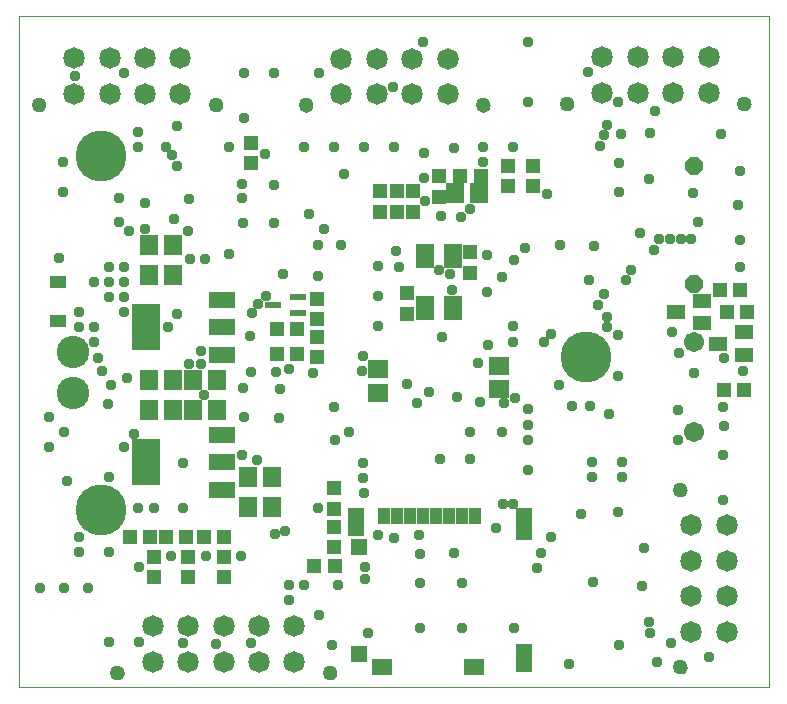
<source format=gbs>
G75*
%MOIN*%
%OFA0B0*%
%FSLAX25Y25*%
%IPPOS*%
%LPD*%
%AMOC8*
5,1,8,0,0,1.08239X$1,22.5*
%
%ADD10C,0.00000*%
%ADD11C,0.06706*%
%ADD12R,0.04934X0.05052*%
%ADD13R,0.05052X0.04934*%
%ADD14R,0.05918X0.07099*%
%ADD15R,0.04737X0.05131*%
%ADD16R,0.05603X0.04383*%
%ADD17R,0.05131X0.04737*%
%ADD18R,0.06312X0.04737*%
%ADD19C,0.10800*%
%ADD20OC8,0.05950*%
%ADD21R,0.03950X0.05682*%
%ADD22R,0.05328X0.10643*%
%ADD23R,0.05328X0.09461*%
%ADD24R,0.06706X0.05328*%
%ADD25R,0.05367X0.05524*%
%ADD26R,0.05367X0.05721*%
%ADD27R,0.05209X0.09461*%
%ADD28R,0.08800X0.05300*%
%ADD29R,0.09461X0.15367*%
%ADD30R,0.07099X0.05918*%
%ADD31R,0.06312X0.08280*%
%ADD32R,0.05400X0.02400*%
%ADD33C,0.07178*%
%ADD34C,0.05013*%
%ADD35C,0.03778*%
%ADD36C,0.17005*%
D10*
X0043720Y0026800D02*
X0043720Y0250501D01*
X0293641Y0250501D01*
X0293641Y0026800D01*
X0043720Y0026800D01*
X0074468Y0031564D02*
X0074470Y0031655D01*
X0074476Y0031746D01*
X0074486Y0031837D01*
X0074500Y0031927D01*
X0074517Y0032017D01*
X0074539Y0032105D01*
X0074564Y0032193D01*
X0074593Y0032280D01*
X0074626Y0032365D01*
X0074663Y0032448D01*
X0074703Y0032530D01*
X0074746Y0032610D01*
X0074793Y0032689D01*
X0074844Y0032765D01*
X0074897Y0032838D01*
X0074954Y0032910D01*
X0075014Y0032979D01*
X0075077Y0033045D01*
X0075142Y0033109D01*
X0075211Y0033169D01*
X0075281Y0033227D01*
X0075355Y0033281D01*
X0075430Y0033332D01*
X0075508Y0033380D01*
X0075588Y0033425D01*
X0075669Y0033466D01*
X0075752Y0033503D01*
X0075837Y0033537D01*
X0075923Y0033567D01*
X0076011Y0033593D01*
X0076099Y0033616D01*
X0076188Y0033634D01*
X0076278Y0033649D01*
X0076369Y0033660D01*
X0076460Y0033667D01*
X0076551Y0033670D01*
X0076642Y0033669D01*
X0076734Y0033664D01*
X0076824Y0033655D01*
X0076915Y0033642D01*
X0077004Y0033626D01*
X0077093Y0033605D01*
X0077181Y0033581D01*
X0077268Y0033552D01*
X0077354Y0033520D01*
X0077438Y0033485D01*
X0077520Y0033446D01*
X0077601Y0033403D01*
X0077679Y0033357D01*
X0077756Y0033307D01*
X0077830Y0033254D01*
X0077902Y0033198D01*
X0077972Y0033139D01*
X0078039Y0033077D01*
X0078103Y0033012D01*
X0078164Y0032945D01*
X0078223Y0032875D01*
X0078278Y0032802D01*
X0078330Y0032727D01*
X0078379Y0032650D01*
X0078424Y0032571D01*
X0078466Y0032489D01*
X0078504Y0032407D01*
X0078539Y0032322D01*
X0078570Y0032236D01*
X0078597Y0032149D01*
X0078620Y0032061D01*
X0078640Y0031972D01*
X0078656Y0031882D01*
X0078668Y0031792D01*
X0078676Y0031701D01*
X0078680Y0031610D01*
X0078680Y0031518D01*
X0078676Y0031427D01*
X0078668Y0031336D01*
X0078656Y0031246D01*
X0078640Y0031156D01*
X0078620Y0031067D01*
X0078597Y0030979D01*
X0078570Y0030892D01*
X0078539Y0030806D01*
X0078504Y0030721D01*
X0078466Y0030639D01*
X0078424Y0030557D01*
X0078379Y0030478D01*
X0078330Y0030401D01*
X0078278Y0030326D01*
X0078223Y0030253D01*
X0078164Y0030183D01*
X0078103Y0030116D01*
X0078039Y0030051D01*
X0077972Y0029989D01*
X0077902Y0029930D01*
X0077830Y0029874D01*
X0077756Y0029821D01*
X0077679Y0029771D01*
X0077601Y0029725D01*
X0077520Y0029682D01*
X0077438Y0029643D01*
X0077354Y0029608D01*
X0077268Y0029576D01*
X0077181Y0029547D01*
X0077093Y0029523D01*
X0077004Y0029502D01*
X0076915Y0029486D01*
X0076824Y0029473D01*
X0076734Y0029464D01*
X0076642Y0029459D01*
X0076551Y0029458D01*
X0076460Y0029461D01*
X0076369Y0029468D01*
X0076278Y0029479D01*
X0076188Y0029494D01*
X0076099Y0029512D01*
X0076011Y0029535D01*
X0075923Y0029561D01*
X0075837Y0029591D01*
X0075752Y0029625D01*
X0075669Y0029662D01*
X0075588Y0029703D01*
X0075508Y0029748D01*
X0075430Y0029796D01*
X0075355Y0029847D01*
X0075281Y0029901D01*
X0075211Y0029959D01*
X0075142Y0030019D01*
X0075077Y0030083D01*
X0075014Y0030149D01*
X0074954Y0030218D01*
X0074897Y0030290D01*
X0074844Y0030363D01*
X0074793Y0030439D01*
X0074746Y0030518D01*
X0074703Y0030598D01*
X0074663Y0030680D01*
X0074626Y0030763D01*
X0074593Y0030848D01*
X0074564Y0030935D01*
X0074539Y0031023D01*
X0074517Y0031111D01*
X0074500Y0031201D01*
X0074486Y0031291D01*
X0074476Y0031382D01*
X0074470Y0031473D01*
X0074468Y0031564D01*
X0145334Y0031564D02*
X0145336Y0031655D01*
X0145342Y0031746D01*
X0145352Y0031837D01*
X0145366Y0031927D01*
X0145383Y0032017D01*
X0145405Y0032105D01*
X0145430Y0032193D01*
X0145459Y0032280D01*
X0145492Y0032365D01*
X0145529Y0032448D01*
X0145569Y0032530D01*
X0145612Y0032610D01*
X0145659Y0032689D01*
X0145710Y0032765D01*
X0145763Y0032838D01*
X0145820Y0032910D01*
X0145880Y0032979D01*
X0145943Y0033045D01*
X0146008Y0033109D01*
X0146077Y0033169D01*
X0146147Y0033227D01*
X0146221Y0033281D01*
X0146296Y0033332D01*
X0146374Y0033380D01*
X0146454Y0033425D01*
X0146535Y0033466D01*
X0146618Y0033503D01*
X0146703Y0033537D01*
X0146789Y0033567D01*
X0146877Y0033593D01*
X0146965Y0033616D01*
X0147054Y0033634D01*
X0147144Y0033649D01*
X0147235Y0033660D01*
X0147326Y0033667D01*
X0147417Y0033670D01*
X0147508Y0033669D01*
X0147600Y0033664D01*
X0147690Y0033655D01*
X0147781Y0033642D01*
X0147870Y0033626D01*
X0147959Y0033605D01*
X0148047Y0033581D01*
X0148134Y0033552D01*
X0148220Y0033520D01*
X0148304Y0033485D01*
X0148386Y0033446D01*
X0148467Y0033403D01*
X0148545Y0033357D01*
X0148622Y0033307D01*
X0148696Y0033254D01*
X0148768Y0033198D01*
X0148838Y0033139D01*
X0148905Y0033077D01*
X0148969Y0033012D01*
X0149030Y0032945D01*
X0149089Y0032875D01*
X0149144Y0032802D01*
X0149196Y0032727D01*
X0149245Y0032650D01*
X0149290Y0032571D01*
X0149332Y0032489D01*
X0149370Y0032407D01*
X0149405Y0032322D01*
X0149436Y0032236D01*
X0149463Y0032149D01*
X0149486Y0032061D01*
X0149506Y0031972D01*
X0149522Y0031882D01*
X0149534Y0031792D01*
X0149542Y0031701D01*
X0149546Y0031610D01*
X0149546Y0031518D01*
X0149542Y0031427D01*
X0149534Y0031336D01*
X0149522Y0031246D01*
X0149506Y0031156D01*
X0149486Y0031067D01*
X0149463Y0030979D01*
X0149436Y0030892D01*
X0149405Y0030806D01*
X0149370Y0030721D01*
X0149332Y0030639D01*
X0149290Y0030557D01*
X0149245Y0030478D01*
X0149196Y0030401D01*
X0149144Y0030326D01*
X0149089Y0030253D01*
X0149030Y0030183D01*
X0148969Y0030116D01*
X0148905Y0030051D01*
X0148838Y0029989D01*
X0148768Y0029930D01*
X0148696Y0029874D01*
X0148622Y0029821D01*
X0148545Y0029771D01*
X0148467Y0029725D01*
X0148386Y0029682D01*
X0148304Y0029643D01*
X0148220Y0029608D01*
X0148134Y0029576D01*
X0148047Y0029547D01*
X0147959Y0029523D01*
X0147870Y0029502D01*
X0147781Y0029486D01*
X0147690Y0029473D01*
X0147600Y0029464D01*
X0147508Y0029459D01*
X0147417Y0029458D01*
X0147326Y0029461D01*
X0147235Y0029468D01*
X0147144Y0029479D01*
X0147054Y0029494D01*
X0146965Y0029512D01*
X0146877Y0029535D01*
X0146789Y0029561D01*
X0146703Y0029591D01*
X0146618Y0029625D01*
X0146535Y0029662D01*
X0146454Y0029703D01*
X0146374Y0029748D01*
X0146296Y0029796D01*
X0146221Y0029847D01*
X0146147Y0029901D01*
X0146077Y0029959D01*
X0146008Y0030019D01*
X0145943Y0030083D01*
X0145880Y0030149D01*
X0145820Y0030218D01*
X0145763Y0030290D01*
X0145710Y0030363D01*
X0145659Y0030439D01*
X0145612Y0030518D01*
X0145569Y0030598D01*
X0145529Y0030680D01*
X0145492Y0030763D01*
X0145459Y0030848D01*
X0145430Y0030935D01*
X0145405Y0031023D01*
X0145383Y0031111D01*
X0145366Y0031201D01*
X0145352Y0031291D01*
X0145342Y0031382D01*
X0145336Y0031473D01*
X0145334Y0031564D01*
X0262102Y0033489D02*
X0262104Y0033580D01*
X0262110Y0033671D01*
X0262120Y0033762D01*
X0262134Y0033852D01*
X0262151Y0033942D01*
X0262173Y0034030D01*
X0262198Y0034118D01*
X0262227Y0034205D01*
X0262260Y0034290D01*
X0262297Y0034373D01*
X0262337Y0034455D01*
X0262380Y0034535D01*
X0262427Y0034614D01*
X0262478Y0034690D01*
X0262531Y0034763D01*
X0262588Y0034835D01*
X0262648Y0034904D01*
X0262711Y0034970D01*
X0262776Y0035034D01*
X0262845Y0035094D01*
X0262915Y0035152D01*
X0262989Y0035206D01*
X0263064Y0035257D01*
X0263142Y0035305D01*
X0263222Y0035350D01*
X0263303Y0035391D01*
X0263386Y0035428D01*
X0263471Y0035462D01*
X0263557Y0035492D01*
X0263645Y0035518D01*
X0263733Y0035541D01*
X0263822Y0035559D01*
X0263912Y0035574D01*
X0264003Y0035585D01*
X0264094Y0035592D01*
X0264185Y0035595D01*
X0264276Y0035594D01*
X0264368Y0035589D01*
X0264458Y0035580D01*
X0264549Y0035567D01*
X0264638Y0035551D01*
X0264727Y0035530D01*
X0264815Y0035506D01*
X0264902Y0035477D01*
X0264988Y0035445D01*
X0265072Y0035410D01*
X0265154Y0035371D01*
X0265235Y0035328D01*
X0265313Y0035282D01*
X0265390Y0035232D01*
X0265464Y0035179D01*
X0265536Y0035123D01*
X0265606Y0035064D01*
X0265673Y0035002D01*
X0265737Y0034937D01*
X0265798Y0034870D01*
X0265857Y0034800D01*
X0265912Y0034727D01*
X0265964Y0034652D01*
X0266013Y0034575D01*
X0266058Y0034496D01*
X0266100Y0034414D01*
X0266138Y0034332D01*
X0266173Y0034247D01*
X0266204Y0034161D01*
X0266231Y0034074D01*
X0266254Y0033986D01*
X0266274Y0033897D01*
X0266290Y0033807D01*
X0266302Y0033717D01*
X0266310Y0033626D01*
X0266314Y0033535D01*
X0266314Y0033443D01*
X0266310Y0033352D01*
X0266302Y0033261D01*
X0266290Y0033171D01*
X0266274Y0033081D01*
X0266254Y0032992D01*
X0266231Y0032904D01*
X0266204Y0032817D01*
X0266173Y0032731D01*
X0266138Y0032646D01*
X0266100Y0032564D01*
X0266058Y0032482D01*
X0266013Y0032403D01*
X0265964Y0032326D01*
X0265912Y0032251D01*
X0265857Y0032178D01*
X0265798Y0032108D01*
X0265737Y0032041D01*
X0265673Y0031976D01*
X0265606Y0031914D01*
X0265536Y0031855D01*
X0265464Y0031799D01*
X0265390Y0031746D01*
X0265313Y0031696D01*
X0265235Y0031650D01*
X0265154Y0031607D01*
X0265072Y0031568D01*
X0264988Y0031533D01*
X0264902Y0031501D01*
X0264815Y0031472D01*
X0264727Y0031448D01*
X0264638Y0031427D01*
X0264549Y0031411D01*
X0264458Y0031398D01*
X0264368Y0031389D01*
X0264276Y0031384D01*
X0264185Y0031383D01*
X0264094Y0031386D01*
X0264003Y0031393D01*
X0263912Y0031404D01*
X0263822Y0031419D01*
X0263733Y0031437D01*
X0263645Y0031460D01*
X0263557Y0031486D01*
X0263471Y0031516D01*
X0263386Y0031550D01*
X0263303Y0031587D01*
X0263222Y0031628D01*
X0263142Y0031673D01*
X0263064Y0031721D01*
X0262989Y0031772D01*
X0262915Y0031826D01*
X0262845Y0031884D01*
X0262776Y0031944D01*
X0262711Y0032008D01*
X0262648Y0032074D01*
X0262588Y0032143D01*
X0262531Y0032215D01*
X0262478Y0032288D01*
X0262427Y0032364D01*
X0262380Y0032443D01*
X0262337Y0032523D01*
X0262297Y0032605D01*
X0262260Y0032688D01*
X0262227Y0032773D01*
X0262198Y0032860D01*
X0262173Y0032948D01*
X0262151Y0033036D01*
X0262134Y0033126D01*
X0262120Y0033216D01*
X0262110Y0033307D01*
X0262104Y0033398D01*
X0262102Y0033489D01*
X0262102Y0092544D02*
X0262104Y0092635D01*
X0262110Y0092726D01*
X0262120Y0092817D01*
X0262134Y0092907D01*
X0262151Y0092997D01*
X0262173Y0093085D01*
X0262198Y0093173D01*
X0262227Y0093260D01*
X0262260Y0093345D01*
X0262297Y0093428D01*
X0262337Y0093510D01*
X0262380Y0093590D01*
X0262427Y0093669D01*
X0262478Y0093745D01*
X0262531Y0093818D01*
X0262588Y0093890D01*
X0262648Y0093959D01*
X0262711Y0094025D01*
X0262776Y0094089D01*
X0262845Y0094149D01*
X0262915Y0094207D01*
X0262989Y0094261D01*
X0263064Y0094312D01*
X0263142Y0094360D01*
X0263222Y0094405D01*
X0263303Y0094446D01*
X0263386Y0094483D01*
X0263471Y0094517D01*
X0263557Y0094547D01*
X0263645Y0094573D01*
X0263733Y0094596D01*
X0263822Y0094614D01*
X0263912Y0094629D01*
X0264003Y0094640D01*
X0264094Y0094647D01*
X0264185Y0094650D01*
X0264276Y0094649D01*
X0264368Y0094644D01*
X0264458Y0094635D01*
X0264549Y0094622D01*
X0264638Y0094606D01*
X0264727Y0094585D01*
X0264815Y0094561D01*
X0264902Y0094532D01*
X0264988Y0094500D01*
X0265072Y0094465D01*
X0265154Y0094426D01*
X0265235Y0094383D01*
X0265313Y0094337D01*
X0265390Y0094287D01*
X0265464Y0094234D01*
X0265536Y0094178D01*
X0265606Y0094119D01*
X0265673Y0094057D01*
X0265737Y0093992D01*
X0265798Y0093925D01*
X0265857Y0093855D01*
X0265912Y0093782D01*
X0265964Y0093707D01*
X0266013Y0093630D01*
X0266058Y0093551D01*
X0266100Y0093469D01*
X0266138Y0093387D01*
X0266173Y0093302D01*
X0266204Y0093216D01*
X0266231Y0093129D01*
X0266254Y0093041D01*
X0266274Y0092952D01*
X0266290Y0092862D01*
X0266302Y0092772D01*
X0266310Y0092681D01*
X0266314Y0092590D01*
X0266314Y0092498D01*
X0266310Y0092407D01*
X0266302Y0092316D01*
X0266290Y0092226D01*
X0266274Y0092136D01*
X0266254Y0092047D01*
X0266231Y0091959D01*
X0266204Y0091872D01*
X0266173Y0091786D01*
X0266138Y0091701D01*
X0266100Y0091619D01*
X0266058Y0091537D01*
X0266013Y0091458D01*
X0265964Y0091381D01*
X0265912Y0091306D01*
X0265857Y0091233D01*
X0265798Y0091163D01*
X0265737Y0091096D01*
X0265673Y0091031D01*
X0265606Y0090969D01*
X0265536Y0090910D01*
X0265464Y0090854D01*
X0265390Y0090801D01*
X0265313Y0090751D01*
X0265235Y0090705D01*
X0265154Y0090662D01*
X0265072Y0090623D01*
X0264988Y0090588D01*
X0264902Y0090556D01*
X0264815Y0090527D01*
X0264727Y0090503D01*
X0264638Y0090482D01*
X0264549Y0090466D01*
X0264458Y0090453D01*
X0264368Y0090444D01*
X0264276Y0090439D01*
X0264185Y0090438D01*
X0264094Y0090441D01*
X0264003Y0090448D01*
X0263912Y0090459D01*
X0263822Y0090474D01*
X0263733Y0090492D01*
X0263645Y0090515D01*
X0263557Y0090541D01*
X0263471Y0090571D01*
X0263386Y0090605D01*
X0263303Y0090642D01*
X0263222Y0090683D01*
X0263142Y0090728D01*
X0263064Y0090776D01*
X0262989Y0090827D01*
X0262915Y0090881D01*
X0262845Y0090939D01*
X0262776Y0090999D01*
X0262711Y0091063D01*
X0262648Y0091129D01*
X0262588Y0091198D01*
X0262531Y0091270D01*
X0262478Y0091343D01*
X0262427Y0091419D01*
X0262380Y0091498D01*
X0262337Y0091578D01*
X0262297Y0091660D01*
X0262260Y0091743D01*
X0262227Y0091828D01*
X0262198Y0091915D01*
X0262173Y0092003D01*
X0262151Y0092091D01*
X0262134Y0092181D01*
X0262120Y0092271D01*
X0262110Y0092362D01*
X0262104Y0092453D01*
X0262102Y0092544D01*
X0196425Y0220788D02*
X0196427Y0220879D01*
X0196433Y0220970D01*
X0196443Y0221061D01*
X0196457Y0221151D01*
X0196474Y0221241D01*
X0196496Y0221329D01*
X0196521Y0221417D01*
X0196550Y0221504D01*
X0196583Y0221589D01*
X0196620Y0221672D01*
X0196660Y0221754D01*
X0196703Y0221834D01*
X0196750Y0221913D01*
X0196801Y0221989D01*
X0196854Y0222062D01*
X0196911Y0222134D01*
X0196971Y0222203D01*
X0197034Y0222269D01*
X0197099Y0222333D01*
X0197168Y0222393D01*
X0197238Y0222451D01*
X0197312Y0222505D01*
X0197387Y0222556D01*
X0197465Y0222604D01*
X0197545Y0222649D01*
X0197626Y0222690D01*
X0197709Y0222727D01*
X0197794Y0222761D01*
X0197880Y0222791D01*
X0197968Y0222817D01*
X0198056Y0222840D01*
X0198145Y0222858D01*
X0198235Y0222873D01*
X0198326Y0222884D01*
X0198417Y0222891D01*
X0198508Y0222894D01*
X0198599Y0222893D01*
X0198691Y0222888D01*
X0198781Y0222879D01*
X0198872Y0222866D01*
X0198961Y0222850D01*
X0199050Y0222829D01*
X0199138Y0222805D01*
X0199225Y0222776D01*
X0199311Y0222744D01*
X0199395Y0222709D01*
X0199477Y0222670D01*
X0199558Y0222627D01*
X0199636Y0222581D01*
X0199713Y0222531D01*
X0199787Y0222478D01*
X0199859Y0222422D01*
X0199929Y0222363D01*
X0199996Y0222301D01*
X0200060Y0222236D01*
X0200121Y0222169D01*
X0200180Y0222099D01*
X0200235Y0222026D01*
X0200287Y0221951D01*
X0200336Y0221874D01*
X0200381Y0221795D01*
X0200423Y0221713D01*
X0200461Y0221631D01*
X0200496Y0221546D01*
X0200527Y0221460D01*
X0200554Y0221373D01*
X0200577Y0221285D01*
X0200597Y0221196D01*
X0200613Y0221106D01*
X0200625Y0221016D01*
X0200633Y0220925D01*
X0200637Y0220834D01*
X0200637Y0220742D01*
X0200633Y0220651D01*
X0200625Y0220560D01*
X0200613Y0220470D01*
X0200597Y0220380D01*
X0200577Y0220291D01*
X0200554Y0220203D01*
X0200527Y0220116D01*
X0200496Y0220030D01*
X0200461Y0219945D01*
X0200423Y0219863D01*
X0200381Y0219781D01*
X0200336Y0219702D01*
X0200287Y0219625D01*
X0200235Y0219550D01*
X0200180Y0219477D01*
X0200121Y0219407D01*
X0200060Y0219340D01*
X0199996Y0219275D01*
X0199929Y0219213D01*
X0199859Y0219154D01*
X0199787Y0219098D01*
X0199713Y0219045D01*
X0199636Y0218995D01*
X0199558Y0218949D01*
X0199477Y0218906D01*
X0199395Y0218867D01*
X0199311Y0218832D01*
X0199225Y0218800D01*
X0199138Y0218771D01*
X0199050Y0218747D01*
X0198961Y0218726D01*
X0198872Y0218710D01*
X0198781Y0218697D01*
X0198691Y0218688D01*
X0198599Y0218683D01*
X0198508Y0218682D01*
X0198417Y0218685D01*
X0198326Y0218692D01*
X0198235Y0218703D01*
X0198145Y0218718D01*
X0198056Y0218736D01*
X0197968Y0218759D01*
X0197880Y0218785D01*
X0197794Y0218815D01*
X0197709Y0218849D01*
X0197626Y0218886D01*
X0197545Y0218927D01*
X0197465Y0218972D01*
X0197387Y0219020D01*
X0197312Y0219071D01*
X0197238Y0219125D01*
X0197168Y0219183D01*
X0197099Y0219243D01*
X0197034Y0219307D01*
X0196971Y0219373D01*
X0196911Y0219442D01*
X0196854Y0219514D01*
X0196801Y0219587D01*
X0196750Y0219663D01*
X0196703Y0219742D01*
X0196660Y0219822D01*
X0196620Y0219904D01*
X0196583Y0219987D01*
X0196550Y0220072D01*
X0196521Y0220159D01*
X0196496Y0220247D01*
X0196474Y0220335D01*
X0196457Y0220425D01*
X0196443Y0220515D01*
X0196433Y0220606D01*
X0196427Y0220697D01*
X0196425Y0220788D01*
X0224369Y0221288D02*
X0224371Y0221379D01*
X0224377Y0221470D01*
X0224387Y0221561D01*
X0224401Y0221651D01*
X0224418Y0221741D01*
X0224440Y0221829D01*
X0224465Y0221917D01*
X0224494Y0222004D01*
X0224527Y0222089D01*
X0224564Y0222172D01*
X0224604Y0222254D01*
X0224647Y0222334D01*
X0224694Y0222413D01*
X0224745Y0222489D01*
X0224798Y0222562D01*
X0224855Y0222634D01*
X0224915Y0222703D01*
X0224978Y0222769D01*
X0225043Y0222833D01*
X0225112Y0222893D01*
X0225182Y0222951D01*
X0225256Y0223005D01*
X0225331Y0223056D01*
X0225409Y0223104D01*
X0225489Y0223149D01*
X0225570Y0223190D01*
X0225653Y0223227D01*
X0225738Y0223261D01*
X0225824Y0223291D01*
X0225912Y0223317D01*
X0226000Y0223340D01*
X0226089Y0223358D01*
X0226179Y0223373D01*
X0226270Y0223384D01*
X0226361Y0223391D01*
X0226452Y0223394D01*
X0226543Y0223393D01*
X0226635Y0223388D01*
X0226725Y0223379D01*
X0226816Y0223366D01*
X0226905Y0223350D01*
X0226994Y0223329D01*
X0227082Y0223305D01*
X0227169Y0223276D01*
X0227255Y0223244D01*
X0227339Y0223209D01*
X0227421Y0223170D01*
X0227502Y0223127D01*
X0227580Y0223081D01*
X0227657Y0223031D01*
X0227731Y0222978D01*
X0227803Y0222922D01*
X0227873Y0222863D01*
X0227940Y0222801D01*
X0228004Y0222736D01*
X0228065Y0222669D01*
X0228124Y0222599D01*
X0228179Y0222526D01*
X0228231Y0222451D01*
X0228280Y0222374D01*
X0228325Y0222295D01*
X0228367Y0222213D01*
X0228405Y0222131D01*
X0228440Y0222046D01*
X0228471Y0221960D01*
X0228498Y0221873D01*
X0228521Y0221785D01*
X0228541Y0221696D01*
X0228557Y0221606D01*
X0228569Y0221516D01*
X0228577Y0221425D01*
X0228581Y0221334D01*
X0228581Y0221242D01*
X0228577Y0221151D01*
X0228569Y0221060D01*
X0228557Y0220970D01*
X0228541Y0220880D01*
X0228521Y0220791D01*
X0228498Y0220703D01*
X0228471Y0220616D01*
X0228440Y0220530D01*
X0228405Y0220445D01*
X0228367Y0220363D01*
X0228325Y0220281D01*
X0228280Y0220202D01*
X0228231Y0220125D01*
X0228179Y0220050D01*
X0228124Y0219977D01*
X0228065Y0219907D01*
X0228004Y0219840D01*
X0227940Y0219775D01*
X0227873Y0219713D01*
X0227803Y0219654D01*
X0227731Y0219598D01*
X0227657Y0219545D01*
X0227580Y0219495D01*
X0227502Y0219449D01*
X0227421Y0219406D01*
X0227339Y0219367D01*
X0227255Y0219332D01*
X0227169Y0219300D01*
X0227082Y0219271D01*
X0226994Y0219247D01*
X0226905Y0219226D01*
X0226816Y0219210D01*
X0226725Y0219197D01*
X0226635Y0219188D01*
X0226543Y0219183D01*
X0226452Y0219182D01*
X0226361Y0219185D01*
X0226270Y0219192D01*
X0226179Y0219203D01*
X0226089Y0219218D01*
X0226000Y0219236D01*
X0225912Y0219259D01*
X0225824Y0219285D01*
X0225738Y0219315D01*
X0225653Y0219349D01*
X0225570Y0219386D01*
X0225489Y0219427D01*
X0225409Y0219472D01*
X0225331Y0219520D01*
X0225256Y0219571D01*
X0225182Y0219625D01*
X0225112Y0219683D01*
X0225043Y0219743D01*
X0224978Y0219807D01*
X0224915Y0219873D01*
X0224855Y0219942D01*
X0224798Y0220014D01*
X0224745Y0220087D01*
X0224694Y0220163D01*
X0224647Y0220242D01*
X0224604Y0220322D01*
X0224564Y0220404D01*
X0224527Y0220487D01*
X0224494Y0220572D01*
X0224465Y0220659D01*
X0224440Y0220747D01*
X0224418Y0220835D01*
X0224401Y0220925D01*
X0224387Y0221015D01*
X0224377Y0221106D01*
X0224371Y0221197D01*
X0224369Y0221288D01*
X0283425Y0221288D02*
X0283427Y0221379D01*
X0283433Y0221470D01*
X0283443Y0221561D01*
X0283457Y0221651D01*
X0283474Y0221741D01*
X0283496Y0221829D01*
X0283521Y0221917D01*
X0283550Y0222004D01*
X0283583Y0222089D01*
X0283620Y0222172D01*
X0283660Y0222254D01*
X0283703Y0222334D01*
X0283750Y0222413D01*
X0283801Y0222489D01*
X0283854Y0222562D01*
X0283911Y0222634D01*
X0283971Y0222703D01*
X0284034Y0222769D01*
X0284099Y0222833D01*
X0284168Y0222893D01*
X0284238Y0222951D01*
X0284312Y0223005D01*
X0284387Y0223056D01*
X0284465Y0223104D01*
X0284545Y0223149D01*
X0284626Y0223190D01*
X0284709Y0223227D01*
X0284794Y0223261D01*
X0284880Y0223291D01*
X0284968Y0223317D01*
X0285056Y0223340D01*
X0285145Y0223358D01*
X0285235Y0223373D01*
X0285326Y0223384D01*
X0285417Y0223391D01*
X0285508Y0223394D01*
X0285599Y0223393D01*
X0285691Y0223388D01*
X0285781Y0223379D01*
X0285872Y0223366D01*
X0285961Y0223350D01*
X0286050Y0223329D01*
X0286138Y0223305D01*
X0286225Y0223276D01*
X0286311Y0223244D01*
X0286395Y0223209D01*
X0286477Y0223170D01*
X0286558Y0223127D01*
X0286636Y0223081D01*
X0286713Y0223031D01*
X0286787Y0222978D01*
X0286859Y0222922D01*
X0286929Y0222863D01*
X0286996Y0222801D01*
X0287060Y0222736D01*
X0287121Y0222669D01*
X0287180Y0222599D01*
X0287235Y0222526D01*
X0287287Y0222451D01*
X0287336Y0222374D01*
X0287381Y0222295D01*
X0287423Y0222213D01*
X0287461Y0222131D01*
X0287496Y0222046D01*
X0287527Y0221960D01*
X0287554Y0221873D01*
X0287577Y0221785D01*
X0287597Y0221696D01*
X0287613Y0221606D01*
X0287625Y0221516D01*
X0287633Y0221425D01*
X0287637Y0221334D01*
X0287637Y0221242D01*
X0287633Y0221151D01*
X0287625Y0221060D01*
X0287613Y0220970D01*
X0287597Y0220880D01*
X0287577Y0220791D01*
X0287554Y0220703D01*
X0287527Y0220616D01*
X0287496Y0220530D01*
X0287461Y0220445D01*
X0287423Y0220363D01*
X0287381Y0220281D01*
X0287336Y0220202D01*
X0287287Y0220125D01*
X0287235Y0220050D01*
X0287180Y0219977D01*
X0287121Y0219907D01*
X0287060Y0219840D01*
X0286996Y0219775D01*
X0286929Y0219713D01*
X0286859Y0219654D01*
X0286787Y0219598D01*
X0286713Y0219545D01*
X0286636Y0219495D01*
X0286558Y0219449D01*
X0286477Y0219406D01*
X0286395Y0219367D01*
X0286311Y0219332D01*
X0286225Y0219300D01*
X0286138Y0219271D01*
X0286050Y0219247D01*
X0285961Y0219226D01*
X0285872Y0219210D01*
X0285781Y0219197D01*
X0285691Y0219188D01*
X0285599Y0219183D01*
X0285508Y0219182D01*
X0285417Y0219185D01*
X0285326Y0219192D01*
X0285235Y0219203D01*
X0285145Y0219218D01*
X0285056Y0219236D01*
X0284968Y0219259D01*
X0284880Y0219285D01*
X0284794Y0219315D01*
X0284709Y0219349D01*
X0284626Y0219386D01*
X0284545Y0219427D01*
X0284465Y0219472D01*
X0284387Y0219520D01*
X0284312Y0219571D01*
X0284238Y0219625D01*
X0284168Y0219683D01*
X0284099Y0219743D01*
X0284034Y0219807D01*
X0283971Y0219873D01*
X0283911Y0219942D01*
X0283854Y0220014D01*
X0283801Y0220087D01*
X0283750Y0220163D01*
X0283703Y0220242D01*
X0283660Y0220322D01*
X0283620Y0220404D01*
X0283583Y0220487D01*
X0283550Y0220572D01*
X0283521Y0220659D01*
X0283496Y0220747D01*
X0283474Y0220835D01*
X0283457Y0220925D01*
X0283443Y0221015D01*
X0283433Y0221106D01*
X0283427Y0221197D01*
X0283425Y0221288D01*
X0137369Y0220788D02*
X0137371Y0220879D01*
X0137377Y0220970D01*
X0137387Y0221061D01*
X0137401Y0221151D01*
X0137418Y0221241D01*
X0137440Y0221329D01*
X0137465Y0221417D01*
X0137494Y0221504D01*
X0137527Y0221589D01*
X0137564Y0221672D01*
X0137604Y0221754D01*
X0137647Y0221834D01*
X0137694Y0221913D01*
X0137745Y0221989D01*
X0137798Y0222062D01*
X0137855Y0222134D01*
X0137915Y0222203D01*
X0137978Y0222269D01*
X0138043Y0222333D01*
X0138112Y0222393D01*
X0138182Y0222451D01*
X0138256Y0222505D01*
X0138331Y0222556D01*
X0138409Y0222604D01*
X0138489Y0222649D01*
X0138570Y0222690D01*
X0138653Y0222727D01*
X0138738Y0222761D01*
X0138824Y0222791D01*
X0138912Y0222817D01*
X0139000Y0222840D01*
X0139089Y0222858D01*
X0139179Y0222873D01*
X0139270Y0222884D01*
X0139361Y0222891D01*
X0139452Y0222894D01*
X0139543Y0222893D01*
X0139635Y0222888D01*
X0139725Y0222879D01*
X0139816Y0222866D01*
X0139905Y0222850D01*
X0139994Y0222829D01*
X0140082Y0222805D01*
X0140169Y0222776D01*
X0140255Y0222744D01*
X0140339Y0222709D01*
X0140421Y0222670D01*
X0140502Y0222627D01*
X0140580Y0222581D01*
X0140657Y0222531D01*
X0140731Y0222478D01*
X0140803Y0222422D01*
X0140873Y0222363D01*
X0140940Y0222301D01*
X0141004Y0222236D01*
X0141065Y0222169D01*
X0141124Y0222099D01*
X0141179Y0222026D01*
X0141231Y0221951D01*
X0141280Y0221874D01*
X0141325Y0221795D01*
X0141367Y0221713D01*
X0141405Y0221631D01*
X0141440Y0221546D01*
X0141471Y0221460D01*
X0141498Y0221373D01*
X0141521Y0221285D01*
X0141541Y0221196D01*
X0141557Y0221106D01*
X0141569Y0221016D01*
X0141577Y0220925D01*
X0141581Y0220834D01*
X0141581Y0220742D01*
X0141577Y0220651D01*
X0141569Y0220560D01*
X0141557Y0220470D01*
X0141541Y0220380D01*
X0141521Y0220291D01*
X0141498Y0220203D01*
X0141471Y0220116D01*
X0141440Y0220030D01*
X0141405Y0219945D01*
X0141367Y0219863D01*
X0141325Y0219781D01*
X0141280Y0219702D01*
X0141231Y0219625D01*
X0141179Y0219550D01*
X0141124Y0219477D01*
X0141065Y0219407D01*
X0141004Y0219340D01*
X0140940Y0219275D01*
X0140873Y0219213D01*
X0140803Y0219154D01*
X0140731Y0219098D01*
X0140657Y0219045D01*
X0140580Y0218995D01*
X0140502Y0218949D01*
X0140421Y0218906D01*
X0140339Y0218867D01*
X0140255Y0218832D01*
X0140169Y0218800D01*
X0140082Y0218771D01*
X0139994Y0218747D01*
X0139905Y0218726D01*
X0139816Y0218710D01*
X0139725Y0218697D01*
X0139635Y0218688D01*
X0139543Y0218683D01*
X0139452Y0218682D01*
X0139361Y0218685D01*
X0139270Y0218692D01*
X0139179Y0218703D01*
X0139089Y0218718D01*
X0139000Y0218736D01*
X0138912Y0218759D01*
X0138824Y0218785D01*
X0138738Y0218815D01*
X0138653Y0218849D01*
X0138570Y0218886D01*
X0138489Y0218927D01*
X0138409Y0218972D01*
X0138331Y0219020D01*
X0138256Y0219071D01*
X0138182Y0219125D01*
X0138112Y0219183D01*
X0138043Y0219243D01*
X0137978Y0219307D01*
X0137915Y0219373D01*
X0137855Y0219442D01*
X0137798Y0219514D01*
X0137745Y0219587D01*
X0137694Y0219663D01*
X0137647Y0219742D01*
X0137604Y0219822D01*
X0137564Y0219904D01*
X0137527Y0219987D01*
X0137494Y0220072D01*
X0137465Y0220159D01*
X0137440Y0220247D01*
X0137418Y0220335D01*
X0137401Y0220425D01*
X0137387Y0220515D01*
X0137377Y0220606D01*
X0137371Y0220697D01*
X0137369Y0220788D01*
X0107325Y0220888D02*
X0107327Y0220979D01*
X0107333Y0221070D01*
X0107343Y0221161D01*
X0107357Y0221251D01*
X0107374Y0221341D01*
X0107396Y0221429D01*
X0107421Y0221517D01*
X0107450Y0221604D01*
X0107483Y0221689D01*
X0107520Y0221772D01*
X0107560Y0221854D01*
X0107603Y0221934D01*
X0107650Y0222013D01*
X0107701Y0222089D01*
X0107754Y0222162D01*
X0107811Y0222234D01*
X0107871Y0222303D01*
X0107934Y0222369D01*
X0107999Y0222433D01*
X0108068Y0222493D01*
X0108138Y0222551D01*
X0108212Y0222605D01*
X0108287Y0222656D01*
X0108365Y0222704D01*
X0108445Y0222749D01*
X0108526Y0222790D01*
X0108609Y0222827D01*
X0108694Y0222861D01*
X0108780Y0222891D01*
X0108868Y0222917D01*
X0108956Y0222940D01*
X0109045Y0222958D01*
X0109135Y0222973D01*
X0109226Y0222984D01*
X0109317Y0222991D01*
X0109408Y0222994D01*
X0109499Y0222993D01*
X0109591Y0222988D01*
X0109681Y0222979D01*
X0109772Y0222966D01*
X0109861Y0222950D01*
X0109950Y0222929D01*
X0110038Y0222905D01*
X0110125Y0222876D01*
X0110211Y0222844D01*
X0110295Y0222809D01*
X0110377Y0222770D01*
X0110458Y0222727D01*
X0110536Y0222681D01*
X0110613Y0222631D01*
X0110687Y0222578D01*
X0110759Y0222522D01*
X0110829Y0222463D01*
X0110896Y0222401D01*
X0110960Y0222336D01*
X0111021Y0222269D01*
X0111080Y0222199D01*
X0111135Y0222126D01*
X0111187Y0222051D01*
X0111236Y0221974D01*
X0111281Y0221895D01*
X0111323Y0221813D01*
X0111361Y0221731D01*
X0111396Y0221646D01*
X0111427Y0221560D01*
X0111454Y0221473D01*
X0111477Y0221385D01*
X0111497Y0221296D01*
X0111513Y0221206D01*
X0111525Y0221116D01*
X0111533Y0221025D01*
X0111537Y0220934D01*
X0111537Y0220842D01*
X0111533Y0220751D01*
X0111525Y0220660D01*
X0111513Y0220570D01*
X0111497Y0220480D01*
X0111477Y0220391D01*
X0111454Y0220303D01*
X0111427Y0220216D01*
X0111396Y0220130D01*
X0111361Y0220045D01*
X0111323Y0219963D01*
X0111281Y0219881D01*
X0111236Y0219802D01*
X0111187Y0219725D01*
X0111135Y0219650D01*
X0111080Y0219577D01*
X0111021Y0219507D01*
X0110960Y0219440D01*
X0110896Y0219375D01*
X0110829Y0219313D01*
X0110759Y0219254D01*
X0110687Y0219198D01*
X0110613Y0219145D01*
X0110536Y0219095D01*
X0110458Y0219049D01*
X0110377Y0219006D01*
X0110295Y0218967D01*
X0110211Y0218932D01*
X0110125Y0218900D01*
X0110038Y0218871D01*
X0109950Y0218847D01*
X0109861Y0218826D01*
X0109772Y0218810D01*
X0109681Y0218797D01*
X0109591Y0218788D01*
X0109499Y0218783D01*
X0109408Y0218782D01*
X0109317Y0218785D01*
X0109226Y0218792D01*
X0109135Y0218803D01*
X0109045Y0218818D01*
X0108956Y0218836D01*
X0108868Y0218859D01*
X0108780Y0218885D01*
X0108694Y0218915D01*
X0108609Y0218949D01*
X0108526Y0218986D01*
X0108445Y0219027D01*
X0108365Y0219072D01*
X0108287Y0219120D01*
X0108212Y0219171D01*
X0108138Y0219225D01*
X0108068Y0219283D01*
X0107999Y0219343D01*
X0107934Y0219407D01*
X0107871Y0219473D01*
X0107811Y0219542D01*
X0107754Y0219614D01*
X0107701Y0219687D01*
X0107650Y0219763D01*
X0107603Y0219842D01*
X0107560Y0219922D01*
X0107520Y0220004D01*
X0107483Y0220087D01*
X0107450Y0220172D01*
X0107421Y0220259D01*
X0107396Y0220347D01*
X0107374Y0220435D01*
X0107357Y0220525D01*
X0107343Y0220615D01*
X0107333Y0220706D01*
X0107327Y0220797D01*
X0107325Y0220888D01*
X0048269Y0220888D02*
X0048271Y0220979D01*
X0048277Y0221070D01*
X0048287Y0221161D01*
X0048301Y0221251D01*
X0048318Y0221341D01*
X0048340Y0221429D01*
X0048365Y0221517D01*
X0048394Y0221604D01*
X0048427Y0221689D01*
X0048464Y0221772D01*
X0048504Y0221854D01*
X0048547Y0221934D01*
X0048594Y0222013D01*
X0048645Y0222089D01*
X0048698Y0222162D01*
X0048755Y0222234D01*
X0048815Y0222303D01*
X0048878Y0222369D01*
X0048943Y0222433D01*
X0049012Y0222493D01*
X0049082Y0222551D01*
X0049156Y0222605D01*
X0049231Y0222656D01*
X0049309Y0222704D01*
X0049389Y0222749D01*
X0049470Y0222790D01*
X0049553Y0222827D01*
X0049638Y0222861D01*
X0049724Y0222891D01*
X0049812Y0222917D01*
X0049900Y0222940D01*
X0049989Y0222958D01*
X0050079Y0222973D01*
X0050170Y0222984D01*
X0050261Y0222991D01*
X0050352Y0222994D01*
X0050443Y0222993D01*
X0050535Y0222988D01*
X0050625Y0222979D01*
X0050716Y0222966D01*
X0050805Y0222950D01*
X0050894Y0222929D01*
X0050982Y0222905D01*
X0051069Y0222876D01*
X0051155Y0222844D01*
X0051239Y0222809D01*
X0051321Y0222770D01*
X0051402Y0222727D01*
X0051480Y0222681D01*
X0051557Y0222631D01*
X0051631Y0222578D01*
X0051703Y0222522D01*
X0051773Y0222463D01*
X0051840Y0222401D01*
X0051904Y0222336D01*
X0051965Y0222269D01*
X0052024Y0222199D01*
X0052079Y0222126D01*
X0052131Y0222051D01*
X0052180Y0221974D01*
X0052225Y0221895D01*
X0052267Y0221813D01*
X0052305Y0221731D01*
X0052340Y0221646D01*
X0052371Y0221560D01*
X0052398Y0221473D01*
X0052421Y0221385D01*
X0052441Y0221296D01*
X0052457Y0221206D01*
X0052469Y0221116D01*
X0052477Y0221025D01*
X0052481Y0220934D01*
X0052481Y0220842D01*
X0052477Y0220751D01*
X0052469Y0220660D01*
X0052457Y0220570D01*
X0052441Y0220480D01*
X0052421Y0220391D01*
X0052398Y0220303D01*
X0052371Y0220216D01*
X0052340Y0220130D01*
X0052305Y0220045D01*
X0052267Y0219963D01*
X0052225Y0219881D01*
X0052180Y0219802D01*
X0052131Y0219725D01*
X0052079Y0219650D01*
X0052024Y0219577D01*
X0051965Y0219507D01*
X0051904Y0219440D01*
X0051840Y0219375D01*
X0051773Y0219313D01*
X0051703Y0219254D01*
X0051631Y0219198D01*
X0051557Y0219145D01*
X0051480Y0219095D01*
X0051402Y0219049D01*
X0051321Y0219006D01*
X0051239Y0218967D01*
X0051155Y0218932D01*
X0051069Y0218900D01*
X0050982Y0218871D01*
X0050894Y0218847D01*
X0050805Y0218826D01*
X0050716Y0218810D01*
X0050625Y0218797D01*
X0050535Y0218788D01*
X0050443Y0218783D01*
X0050352Y0218782D01*
X0050261Y0218785D01*
X0050170Y0218792D01*
X0050079Y0218803D01*
X0049989Y0218818D01*
X0049900Y0218836D01*
X0049812Y0218859D01*
X0049724Y0218885D01*
X0049638Y0218915D01*
X0049553Y0218949D01*
X0049470Y0218986D01*
X0049389Y0219027D01*
X0049309Y0219072D01*
X0049231Y0219120D01*
X0049156Y0219171D01*
X0049082Y0219225D01*
X0049012Y0219283D01*
X0048943Y0219343D01*
X0048878Y0219407D01*
X0048815Y0219473D01*
X0048755Y0219542D01*
X0048698Y0219614D01*
X0048645Y0219687D01*
X0048594Y0219763D01*
X0048547Y0219842D01*
X0048504Y0219922D01*
X0048464Y0220004D01*
X0048427Y0220087D01*
X0048394Y0220172D01*
X0048365Y0220259D01*
X0048340Y0220347D01*
X0048318Y0220435D01*
X0048301Y0220525D01*
X0048287Y0220615D01*
X0048277Y0220706D01*
X0048271Y0220797D01*
X0048269Y0220888D01*
D11*
X0268720Y0141761D03*
X0268720Y0111839D03*
D12*
X0197664Y0197300D03*
X0190775Y0197300D03*
X0149164Y0067300D03*
X0142275Y0067300D03*
D13*
X0148720Y0086155D03*
X0148720Y0093045D03*
X0173220Y0151355D03*
X0173220Y0158245D03*
X0194220Y0164855D03*
X0194220Y0171745D03*
X0175220Y0185355D03*
X0169720Y0185355D03*
X0164220Y0185355D03*
X0164220Y0192245D03*
X0169720Y0192245D03*
X0175220Y0192245D03*
X0183720Y0190355D03*
X0183720Y0197245D03*
X0121120Y0201455D03*
X0121120Y0208345D03*
D14*
X0095157Y0174300D03*
X0087283Y0174300D03*
X0087283Y0164300D03*
X0095157Y0164300D03*
X0095157Y0129300D03*
X0101783Y0129300D03*
X0109657Y0129300D03*
X0109657Y0119300D03*
X0101783Y0119300D03*
X0095157Y0119300D03*
X0087283Y0119300D03*
X0087283Y0129300D03*
X0120283Y0096800D03*
X0128157Y0096800D03*
X0128157Y0086800D03*
X0120283Y0086800D03*
X0189283Y0191400D03*
X0197157Y0191400D03*
D15*
X0206720Y0193954D03*
X0206720Y0200646D03*
X0215220Y0200646D03*
X0215220Y0193954D03*
X0277373Y0159300D03*
X0284066Y0159300D03*
X0286566Y0151800D03*
X0279873Y0151800D03*
X0278673Y0125900D03*
X0285366Y0125900D03*
X0143120Y0149454D03*
X0136466Y0146300D03*
X0129773Y0146300D03*
X0129773Y0137800D03*
X0136466Y0137800D03*
X0143120Y0156146D03*
D16*
X0056720Y0161747D03*
X0056720Y0148853D03*
D17*
X0080873Y0076800D03*
X0087566Y0076800D03*
X0092873Y0076800D03*
X0099566Y0076800D03*
X0105373Y0076800D03*
X0112066Y0076800D03*
X0112220Y0070146D03*
X0112220Y0063454D03*
X0100220Y0063454D03*
X0100220Y0070146D03*
X0088720Y0070146D03*
X0088720Y0063454D03*
X0148720Y0073454D03*
X0148720Y0080146D03*
X0143120Y0136954D03*
X0143120Y0143646D03*
D18*
X0262689Y0151900D03*
X0271350Y0148160D03*
X0271350Y0155640D03*
X0285550Y0145040D03*
X0285550Y0137560D03*
X0276889Y0141300D03*
D19*
X0061909Y0138690D03*
X0061909Y0124910D03*
D20*
X0268720Y0161052D03*
X0268720Y0200422D03*
D21*
X0195743Y0083780D03*
X0191412Y0083780D03*
X0187082Y0083780D03*
X0182751Y0083780D03*
X0178420Y0083780D03*
X0174090Y0083780D03*
X0169759Y0083780D03*
X0165428Y0083780D03*
D22*
X0212220Y0081300D03*
D23*
X0212259Y0036694D03*
D24*
X0195507Y0033564D03*
X0164877Y0033564D03*
D25*
X0157003Y0037993D03*
D26*
X0157003Y0073426D03*
D27*
X0156196Y0081891D03*
D28*
X0111320Y0092700D03*
X0111320Y0101800D03*
X0111320Y0110900D03*
X0111320Y0137700D03*
X0111320Y0146800D03*
X0111320Y0155900D03*
D29*
X0086120Y0146800D03*
X0086120Y0101800D03*
D30*
X0163320Y0124963D03*
X0163320Y0132837D03*
X0203820Y0133937D03*
X0203820Y0126063D03*
D31*
X0188444Y0153139D03*
X0178995Y0153139D03*
X0178995Y0170461D03*
X0188444Y0170461D03*
D32*
X0136720Y0156900D03*
X0136720Y0151700D03*
X0128520Y0154300D03*
D33*
X0151286Y0224489D03*
X0151286Y0236300D03*
X0163098Y0236300D03*
X0174909Y0236300D03*
X0186720Y0236300D03*
X0186720Y0224489D03*
X0174909Y0224489D03*
X0163098Y0224489D03*
X0097620Y0224589D03*
X0097620Y0236400D03*
X0085809Y0236400D03*
X0073998Y0236400D03*
X0073998Y0224589D03*
X0085809Y0224589D03*
X0062186Y0224589D03*
X0062186Y0236400D03*
X0238286Y0236800D03*
X0250098Y0236800D03*
X0261909Y0236800D03*
X0273720Y0236800D03*
X0273720Y0224989D03*
X0261909Y0224989D03*
X0250098Y0224989D03*
X0238286Y0224989D03*
X0267909Y0080733D03*
X0279720Y0080733D03*
X0279720Y0068922D03*
X0267909Y0068922D03*
X0267909Y0057111D03*
X0279720Y0057111D03*
X0279720Y0045300D03*
X0267909Y0045300D03*
X0135629Y0047076D03*
X0123818Y0047076D03*
X0112007Y0047076D03*
X0100196Y0047076D03*
X0088385Y0047076D03*
X0088385Y0035265D03*
X0100196Y0035265D03*
X0112007Y0035265D03*
X0123818Y0035265D03*
X0135629Y0035265D03*
D34*
X0147440Y0031564D03*
X0076574Y0031564D03*
X0264208Y0033489D03*
X0264208Y0092544D03*
X0198531Y0220788D03*
X0226475Y0221288D03*
X0285531Y0221288D03*
X0139475Y0220788D03*
X0109431Y0220888D03*
X0050375Y0220888D03*
D35*
X0062320Y0230700D03*
X0078720Y0231500D03*
X0096320Y0214000D03*
X0092700Y0206907D03*
X0094931Y0204078D03*
X0096331Y0200500D03*
X0100435Y0189515D03*
X0095320Y0182900D03*
X0100220Y0178911D03*
X0100820Y0169700D03*
X0105820Y0169700D03*
X0113720Y0171100D03*
X0118620Y0181400D03*
X0118220Y0189800D03*
X0118020Y0194400D03*
X0128720Y0194300D03*
X0125820Y0204700D03*
X0138720Y0206800D03*
X0148720Y0206800D03*
X0152220Y0197800D03*
X0158720Y0206800D03*
X0168720Y0206800D03*
X0178820Y0204900D03*
X0178720Y0196600D03*
X0179020Y0188900D03*
X0184320Y0184000D03*
X0191070Y0183651D03*
X0193981Y0186100D03*
X0199820Y0171000D03*
X0204720Y0163400D03*
X0208720Y0169100D03*
X0212625Y0173102D03*
X0224220Y0174300D03*
X0235320Y0173900D03*
X0247731Y0165900D03*
X0245995Y0162576D03*
X0238831Y0157749D03*
X0236720Y0154300D03*
X0239831Y0150371D03*
X0239831Y0146793D03*
X0243620Y0144300D03*
X0243320Y0130500D03*
X0234020Y0120700D03*
X0228020Y0120700D03*
X0223720Y0127635D03*
X0213420Y0119400D03*
X0209220Y0123300D03*
X0205620Y0121400D03*
X0213520Y0114200D03*
X0213520Y0109200D03*
X0204720Y0111800D03*
X0194220Y0111800D03*
X0194220Y0103000D03*
X0184220Y0103000D03*
X0176452Y0121539D03*
X0180430Y0125339D03*
X0173163Y0127836D03*
X0158081Y0132100D03*
X0158320Y0137300D03*
X0163320Y0147300D03*
X0163320Y0157300D03*
X0163320Y0167300D03*
X0170363Y0166800D03*
X0169620Y0172300D03*
X0183720Y0165800D03*
X0187398Y0164400D03*
X0188120Y0159300D03*
X0199720Y0158400D03*
X0208320Y0147300D03*
X0208620Y0141800D03*
X0200109Y0140896D03*
X0196880Y0134740D03*
X0189720Y0123400D03*
X0197520Y0121800D03*
X0184720Y0143400D03*
X0218720Y0141800D03*
X0221220Y0144378D03*
X0233920Y0162500D03*
X0250720Y0178300D03*
X0257209Y0176300D03*
X0260786Y0176300D03*
X0264364Y0176300D03*
X0267942Y0176300D03*
X0270220Y0181800D03*
X0268520Y0191700D03*
X0283620Y0187400D03*
X0284220Y0198800D03*
X0277920Y0211100D03*
X0255760Y0218740D03*
X0254120Y0211600D03*
X0244520Y0211200D03*
X0239720Y0214300D03*
X0238742Y0210722D03*
X0237342Y0207144D03*
X0243820Y0201400D03*
X0253820Y0196200D03*
X0243720Y0191800D03*
X0255518Y0172589D03*
X0284020Y0175900D03*
X0284220Y0166800D03*
X0261620Y0145300D03*
X0263820Y0138100D03*
X0268720Y0131400D03*
X0278720Y0136400D03*
X0285120Y0132300D03*
X0278520Y0120200D03*
X0278720Y0114000D03*
X0278520Y0104200D03*
X0278520Y0089200D03*
X0263520Y0109200D03*
X0263520Y0119200D03*
X0240420Y0117800D03*
X0244820Y0101900D03*
X0244820Y0096900D03*
X0234820Y0096900D03*
X0234820Y0101900D03*
X0243320Y0085200D03*
X0231020Y0084700D03*
X0221209Y0076800D03*
X0217920Y0071500D03*
X0216520Y0066400D03*
X0202720Y0079800D03*
X0205013Y0087811D03*
X0208591Y0087811D03*
X0213520Y0099200D03*
X0188720Y0071700D03*
X0191320Y0061500D03*
X0177620Y0061700D03*
X0177420Y0071100D03*
X0177120Y0077500D03*
X0168720Y0076700D03*
X0163520Y0077400D03*
X0159220Y0066800D03*
X0159220Y0062800D03*
X0150220Y0060900D03*
X0138720Y0061000D03*
X0133720Y0061000D03*
X0133720Y0056000D03*
X0143720Y0051000D03*
X0148220Y0041000D03*
X0160120Y0044900D03*
X0177420Y0046500D03*
X0191520Y0046500D03*
X0208720Y0046700D03*
X0227220Y0034589D03*
X0243720Y0040758D03*
X0254275Y0044944D03*
X0253820Y0048522D03*
X0261250Y0041400D03*
X0256612Y0035262D03*
X0273720Y0036800D03*
X0251420Y0060700D03*
X0252072Y0073169D03*
X0235220Y0062000D03*
X0158820Y0091700D03*
X0158620Y0096500D03*
X0158620Y0101500D03*
X0149259Y0109060D03*
X0153720Y0111800D03*
X0148720Y0120300D03*
X0141720Y0131699D03*
X0133820Y0133000D03*
X0129309Y0131800D03*
X0130720Y0126300D03*
X0130420Y0116700D03*
X0118720Y0116800D03*
X0118620Y0126500D03*
X0121220Y0131800D03*
X0120877Y0143957D03*
X0121609Y0151500D03*
X0123620Y0154500D03*
X0126220Y0157189D03*
X0131820Y0164500D03*
X0143520Y0164000D03*
X0143520Y0174300D03*
X0145420Y0179500D03*
X0140420Y0184500D03*
X0128820Y0181500D03*
X0151109Y0174291D03*
X0113720Y0206800D03*
X0118820Y0216500D03*
X0118820Y0231500D03*
X0128820Y0231500D03*
X0143820Y0231500D03*
X0168620Y0226900D03*
X0178620Y0241900D03*
X0213620Y0241900D03*
X0233620Y0231900D03*
X0243620Y0221900D03*
X0213620Y0221900D03*
X0208620Y0206900D03*
X0198620Y0206900D03*
X0198620Y0201900D03*
X0188720Y0206700D03*
X0219720Y0191300D03*
X0123020Y0102600D03*
X0118120Y0104100D03*
X0098620Y0101500D03*
X0098620Y0086500D03*
X0088820Y0086700D03*
X0083620Y0086500D03*
X0073820Y0096800D03*
X0078820Y0106800D03*
X0082020Y0111172D03*
X0073620Y0121200D03*
X0074620Y0127389D03*
X0079709Y0129989D03*
X0071420Y0132300D03*
X0070220Y0136500D03*
X0068820Y0141800D03*
X0068820Y0146800D03*
X0063820Y0146800D03*
X0063820Y0151800D03*
X0073820Y0156800D03*
X0078820Y0156800D03*
X0078820Y0151800D03*
X0078820Y0161800D03*
X0078820Y0166800D03*
X0073820Y0166800D03*
X0073820Y0161800D03*
X0068820Y0161800D03*
X0057020Y0170000D03*
X0077120Y0182000D03*
X0080420Y0178889D03*
X0085820Y0179700D03*
X0085820Y0188100D03*
X0077076Y0189743D03*
X0083620Y0206900D03*
X0083620Y0211900D03*
X0058620Y0201900D03*
X0058620Y0191900D03*
X0096420Y0151100D03*
X0093620Y0146900D03*
X0104620Y0139000D03*
X0104420Y0134539D03*
X0100420Y0134600D03*
X0105620Y0124300D03*
X0143620Y0086500D03*
X0132631Y0078731D03*
X0129053Y0077989D03*
X0117820Y0070400D03*
X0106220Y0070600D03*
X0094320Y0070400D03*
X0083820Y0066800D03*
X0073820Y0071800D03*
X0063820Y0071800D03*
X0063820Y0076800D03*
X0066820Y0060000D03*
X0058720Y0060000D03*
X0050720Y0060000D03*
X0073820Y0041800D03*
X0083820Y0041800D03*
X0098420Y0041500D03*
X0109620Y0041300D03*
X0121220Y0041400D03*
X0059959Y0095560D03*
X0053820Y0106800D03*
X0058820Y0111800D03*
X0053820Y0116800D03*
D36*
X0071279Y0085855D03*
X0071279Y0203965D03*
X0232696Y0137036D03*
M02*

</source>
